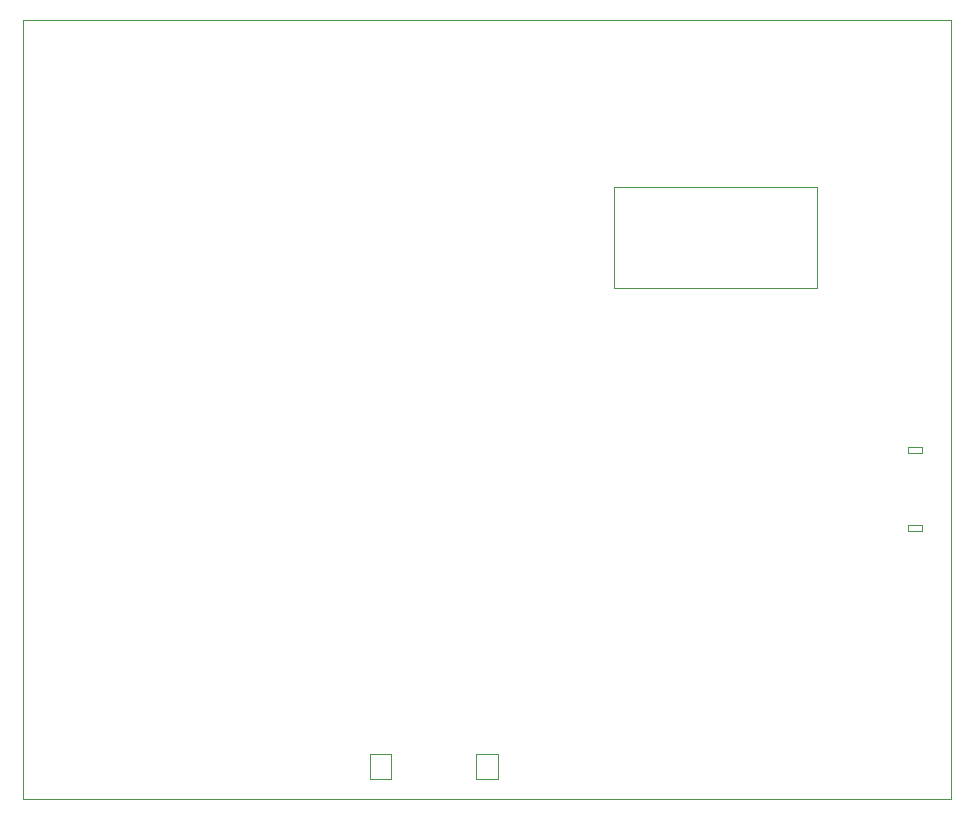
<source format=gbr>
G04 #@! TF.GenerationSoftware,KiCad,Pcbnew,8.0.7*
G04 #@! TF.CreationDate,2025-01-18T00:35:04-05:00*
G04 #@! TF.ProjectId,Mouse,4d6f7573-652e-46b6-9963-61645f706362,rev?*
G04 #@! TF.SameCoordinates,Original*
G04 #@! TF.FileFunction,Profile,NP*
%FSLAX46Y46*%
G04 Gerber Fmt 4.6, Leading zero omitted, Abs format (unit mm)*
G04 Created by KiCad (PCBNEW 8.0.7) date 2025-01-18 00:35:04*
%MOMM*%
%LPD*%
G01*
G04 APERTURE LIST*
G04 #@! TA.AperFunction,Profile*
%ADD10C,0.050000*%
G04 #@! TD*
G04 APERTURE END LIST*
D10*
X138000000Y-51000000D02*
X216500000Y-51000000D01*
X216500000Y-117000000D01*
X138000000Y-117000000D01*
X138000000Y-51000000D01*
X212900000Y-94300000D02*
X214100000Y-94300000D01*
X214100000Y-94300000D02*
X214100000Y-93800000D01*
X212900000Y-93800000D02*
X212900000Y-94300000D01*
X214100000Y-93800000D02*
X212900000Y-93800000D01*
X212900000Y-87700000D02*
X214100000Y-87700000D01*
X214100000Y-87700000D02*
X214100000Y-87200000D01*
X212900000Y-87200000D02*
X212900000Y-87700000D01*
X214100000Y-87200000D02*
X212900000Y-87200000D01*
X178150000Y-115300000D02*
X176350000Y-115300000D01*
X176350000Y-113200000D01*
X178150000Y-113200000D01*
X178150000Y-115300000D01*
X169150000Y-115300000D02*
X167350000Y-115300000D01*
X167350000Y-113200000D01*
X169150000Y-113200000D01*
X169150000Y-115300000D01*
X187960000Y-65150000D02*
X187960000Y-73750000D01*
X187960000Y-73750000D02*
X205220000Y-73750000D01*
X205220000Y-65150000D02*
X187960000Y-65150000D01*
X205220000Y-73750000D02*
X205220000Y-65150000D01*
M02*

</source>
